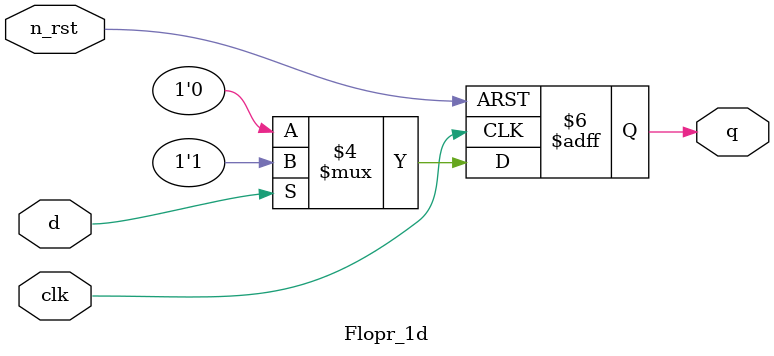
<source format=sv>
`timescale 1ns/100ps
module Flopr_1d(
	clk,
	n_rst,
	d,
	q
);
	input clk, n_rst,d;

	output reg q;	

	always@(posedge clk or negedge n_rst) begin 
		if(!n_rst) begin
			q <= 0;
		end
		else if(d) begin
			q <= 1;
		end
		else begin
			q <= 0;
		end
	end

endmodule

</source>
